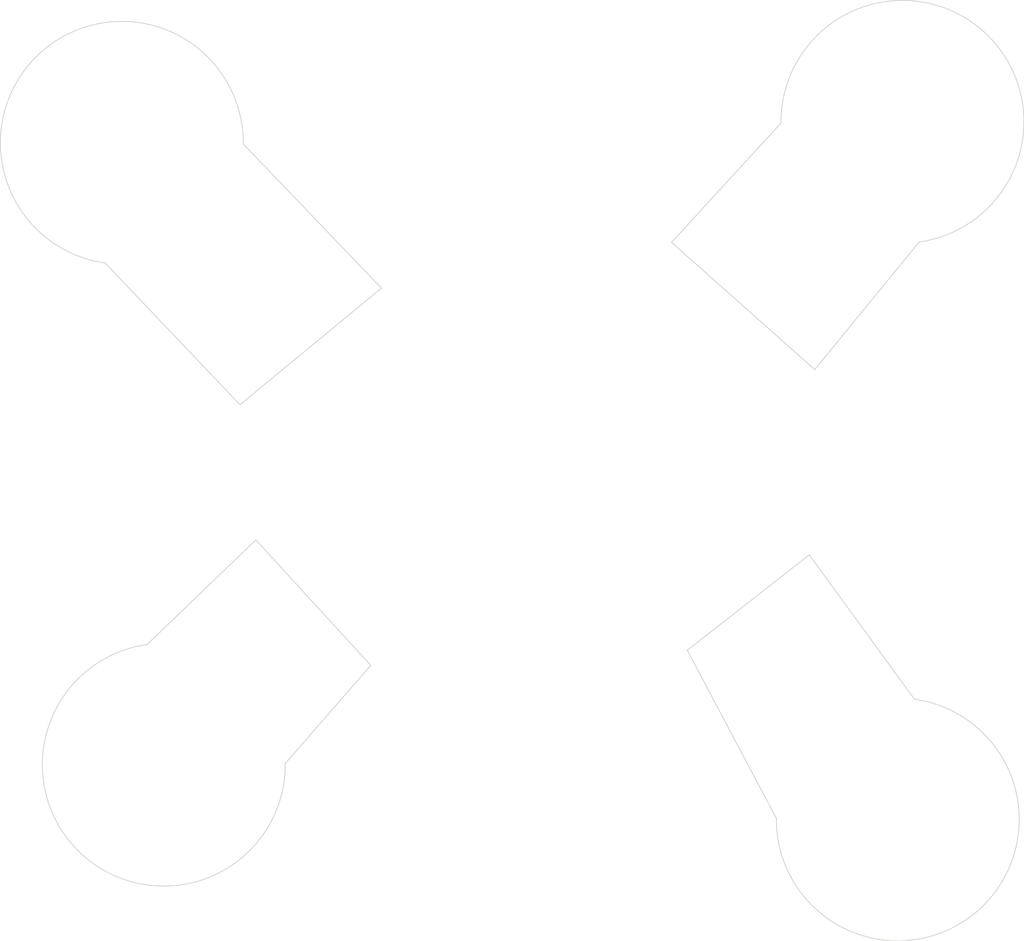
<source format=kicad_pcb>
(kicad_pcb (version 20241229) (generator "pcbnew") (generator_version "9.0")
  (layers (0 "F.Cu" signal) (2 "B.Cu" signal) (13 "F.Paste" user) (15 "B.Paste" user) (5 "F.SilkS" user "F.Silkscreen") (7 "B.SilkS" user "B.Silkscreen") (1 "F.Mask" user) (3 "B.Mask" user) (25 "Edge.Cuts" user))
  (net 0 "")
  (footprint "dummyfp3" (layer "F.Cu") (at 121.382981 79.18347)
    (property "Reference" "UNK_HOLE_3" (hide yes))
    (property "Value" "")
    (pad "" np_thru_hole circle (at 0 0) (size 2.4 2.4) (drill 2.4) (layers "*.Cu" "*.Mask"))
  )
  (footprint "dummyfp4" (layer "F.Cu") (at 130.882981 79.68347)
    (property "Reference" "UNK_HOLE_4" (hide yes))
    (property "Value" "")
    (pad "" np_thru_hole circle (at 0 0) (size 2.4 2.4) (drill 2.4) (layers "*.Cu" "*.Mask"))
  )
  (footprint "dummyfp9" (layer "F.Cu") (at 128.806647 112.017175)
    (property "Reference" "UNK_HOLE_9" (hide yes))
    (property "Value" "")
    (pad "" np_thru_hole circle (at 0 0) (size 2.4 2.4) (drill 2.4) (layers "*.Cu" "*.Mask"))
  )
  (footprint "dummyfp3" (layer "F.Cu") (at 167.837269 77.8838)
    (property "Reference" "UNK_HOLE_3" (hide yes))
    (property "Value" "")
    (pad "" np_thru_hole circle (at 0 0) (size 2.4 2.4) (drill 2.4) (layers "*.Cu" "*.Mask"))
  )
  (footprint "dummyfp12" (layer "F.Cu") (at 176.96295 120.379357)
    (property "Reference" "UNK_HOLE_12" (hide yes))
    (property "Value" "")
    (pad "" np_thru_hole circle (at 0 0) (size 2.4 2.4) (drill 2.4) (layers "*.Cu" "*.Mask"))
  )
  (footprint "dummyfp10" (layer "F.Cu") (at 171.96295 124.979357)
    (property "Reference" "UNK_HOLE_10" (hide yes))
    (property "Value" "")
    (pad "" np_thru_hole circle (at 0 0) (size 2.4 2.4) (drill 2.4) (layers "*.Cu" "*.Mask"))
  )
  (footprint "dummyfp23" (layer "F.Cu") (at 128.506647 116.617175)
    (property "Reference" "UNK_HOLE_23" (hide yes))
    (property "Value" "")
    (pad "" np_thru_hole circle (at 0 0) (size 5 5) (drill 5) (layers "*.Cu" "*.Mask"))
  )
  (footprint "dummyfp1" (layer "F.Cu") (at 173.037269 73.5838)
    (property "Reference" "UNK_HOLE_1" (hide yes))
    (property "Value" "")
    (pad "" np_thru_hole circle (at 0 0) (size 2.4 2.4) (drill 2.4) (layers "*.Cu" "*.Mask"))
  )
  (footprint "dummyfp4" (layer "F.Cu") (at 177.337269 78.3838)
    (property "Reference" "UNK_HOLE_4" (hide yes))
    (property "Value" "")
    (pad "" np_thru_hole circle (at 0 0) (size 2.4 2.4) (drill 2.4) (layers "*.Cu" "*.Mask"))
  )
  (footprint "dummyfp23" (layer "F.Cu") (at 172.36295 120.179357)
    (property "Reference" "UNK_HOLE_23" (hide yes))
    (property "Value" "")
    (pad "" np_thru_hole circle (at 0 0) (size 5 5) (drill 5) (layers "*.Cu" "*.Mask"))
  )
  (footprint "dummyfp9" (layer "F.Cu") (at 172.66295 115.579357)
    (property "Reference" "UNK_HOLE_9" (hide yes))
    (property "Value" "")
    (pad "" np_thru_hole circle (at 0 0) (size 2.4 2.4) (drill 2.4) (layers "*.Cu" "*.Mask"))
  )
  (footprint "dummyfp11" (layer "F.Cu") (at 167.46295 119.879357)
    (property "Reference" "UNK_HOLE_11" (hide yes))
    (property "Value" "")
    (pad "" np_thru_hole circle (at 0 0) (size 2.4 2.4) (drill 2.4) (layers "*.Cu" "*.Mask"))
  )
  (footprint "dummyfp0" (layer "F.Cu") (at 172.737269 78.2838)
    (property "Reference" "UNK_HOLE_0" (hide yes))
    (property "Value" "")
    (pad "" np_thru_hole circle (at 0 0) (size 5 5) (drill 5) (layers "*.Cu" "*.Mask"))
  )
  (footprint "dummyfp12" (layer "F.Cu") (at 133.106647 116.817175)
    (property "Reference" "UNK_HOLE_12" (hide yes))
    (property "Value" "")
    (pad "" np_thru_hole circle (at 0 0) (size 2.4 2.4) (drill 2.4) (layers "*.Cu" "*.Mask"))
  )
  (footprint "dummyfp11" (layer "F.Cu") (at 123.606647 116.317175)
    (property "Reference" "UNK_HOLE_11" (hide yes))
    (property "Value" "")
    (pad "" np_thru_hole circle (at 0 0) (size 2.4 2.4) (drill 2.4) (layers "*.Cu" "*.Mask"))
  )
  (footprint "dummyfp10" (layer "F.Cu") (at 128.106647 121.417175)
    (property "Reference" "UNK_HOLE_10" (hide yes))
    (property "Value" "")
    (pad "" np_thru_hole circle (at 0 0) (size 2.4 2.4) (drill 2.4) (layers "*.Cu" "*.Mask"))
  )
  (footprint "dummyfp1" (layer "F.Cu") (at 126.582981 74.88347)
    (property "Reference" "UNK_HOLE_1" (hide yes))
    (property "Value" "")
    (pad "" np_thru_hole circle (at 0 0) (size 2.4 2.4) (drill 2.4) (layers "*.Cu" "*.Mask"))
  )
  (footprint "dummyfp2" (layer "F.Cu") (at 125.882981 84.28347)
    (property "Reference" "UNK_HOLE_2" (hide yes))
    (property "Value" "")
    (pad "" np_thru_hole circle (at 0 0) (size 2.4 2.4) (drill 2.4) (layers "*.Cu" "*.Mask"))
  )
  (footprint "dummyfp0" (layer "F.Cu") (at 126.282981 79.58347)
    (property "Reference" "UNK_HOLE_0" (hide yes))
    (property "Value" "")
    (pad "" np_thru_hole circle (at 0 0) (size 5 5) (drill 5) (layers "*.Cu" "*.Mask"))
  )
  (footprint "dummyfp2" (layer "F.Cu") (at 172.337269 82.9838)
    (property "Reference" "UNK_HOLE_2" (hide yes))
    (property "Value" "")
    (pad "" np_thru_hole circle (at 0 0) (size 2.4 2.4) (drill 2.4) (layers "*.Cu" "*.Mask"))
  )
  (gr_line (start 159.754329 110.040149) (end 165.089213 120.107392) (stroke (width 0.05)) (layer "Edge.Cuts"))
  (gr_line (start 165.369956 78.43717) (end 158.810725 85.591598) (stroke (width 0.05)) (layer "Edge.Cuts"))
  (gr_arc (start 124.88381 86.828701) (mid 121.132913 74.11454) (end 133.156718 79.695511) (stroke (width 0.05)) (layer "Edge.Cuts"))
  (gr_line (start 127.397705 109.695242) (end 133.908777 103.424645) (stroke (width 0.05)) (layer "Edge.Cuts"))
  (gr_line (start 173.362123 112.974214) (end 167.062896 104.320401) (stroke (width 0.05)) (layer "Edge.Cuts"))
  (gr_arc (start 165.369956 78.43717) (mid 177.39376 72.856198) (end 173.642866 85.57036) (stroke (width 0.05)) (layer "Edge.Cuts"))
  (gr_line (start 140.79366 110.945055) (end 135.670615 116.828431) (stroke (width 0.05)) (layer "Edge.Cuts"))
  (gr_line (start 124.883817 86.828701) (end 132.958452 95.32438) (stroke (width 0.05)) (layer "Edge.Cuts"))
  (gr_line (start 167.390348 93.217929) (end 173.642866 85.570361) (stroke (width 0.05)) (layer "Edge.Cuts"))
  (gr_arc (start 135.670615 116.828431) (mid 123.646811 122.409403) (end 127.397705 109.695241) (stroke (width 0.05)) (layer "Edge.Cuts"))
  (gr_line (start 133.156718 79.695511) (end 141.432153 88.333576) (stroke (width 0.05)) (layer "Edge.Cuts"))
  (gr_line (start 133.908777 103.424645) (end 140.79366 110.945055) (stroke (width 0.05)) (layer "Edge.Cuts"))
  (gr_line (start 132.958452 95.32438) (end 141.432153 88.333576) (stroke (width 0.05)) (layer "Edge.Cuts"))
  (gr_arc (start 173.362123 112.974214) (mid 177.113017 125.688376) (end 165.089213 120.107404) (stroke (width 0.05)) (layer "Edge.Cuts"))
  (gr_line (start 167.062896 104.320401) (end 159.754329 110.040149) (stroke (width 0.05)) (layer "Edge.Cuts"))
  (gr_line (start 158.810725 85.591598) (end 167.390348 93.217929) (stroke (width 0.05)) (layer "Edge.Cuts"))
)
</source>
